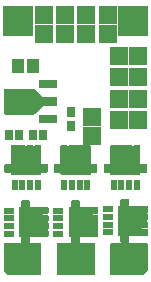
<source format=gts>
G04*
G04 #@! TF.GenerationSoftware,Altium Limited,Altium Designer,24.4.1 (13)*
G04*
G04 Layer_Color=8388736*
%FSLAX44Y44*%
%MOMM*%
G71*
G04*
G04 #@! TF.SameCoordinates,620EA0B3-285C-493C-A982-72F243028F5E*
G04*
G04*
G04 #@! TF.FilePolarity,Negative*
G04*
G01*
G75*
%ADD28R,2.5032X2.5032*%
%ADD29R,0.8032X0.9532*%
%ADD30R,1.1032X1.2032*%
%ADD31R,1.5032X1.6032*%
%ADD32R,0.8032X0.8432*%
%ADD33R,1.6032X0.7732*%
%ADD34R,1.2032X1.2032*%
%ADD35R,3.2032X2.7032*%
%ADD36R,1.0032X0.5432*%
%ADD37R,0.8632X0.6232*%
%ADD38R,1.6032X1.5032*%
%ADD39R,0.5432X1.0032*%
%ADD40R,0.6232X0.8632*%
G36*
X-35500Y39018D02*
X-35367Y39009D01*
X-35236Y38984D01*
X-35110Y38941D01*
X-34991Y38882D01*
X-34880Y38808D01*
X-34780Y38720D01*
X-27928Y31868D01*
X-16500D01*
X-16367Y31860D01*
X-16236Y31834D01*
X-16110Y31791D01*
X-15991Y31732D01*
X-15880Y31658D01*
X-15780Y31570D01*
X-15692Y31470D01*
X-15618Y31359D01*
X-15559Y31240D01*
X-15517Y31114D01*
X-15490Y30983D01*
X-15482Y30850D01*
Y25150D01*
X-15490Y25017D01*
X-15517Y24887D01*
X-15559Y24760D01*
X-15618Y24641D01*
X-15692Y24530D01*
X-15780Y24430D01*
X-15880Y24342D01*
X-15991Y24268D01*
X-16110Y24209D01*
X-16236Y24167D01*
X-16367Y24141D01*
X-16500Y24132D01*
X-27928D01*
X-34780Y17280D01*
X-34880Y17192D01*
X-34991Y17118D01*
X-35110Y17059D01*
X-35236Y17017D01*
X-35367Y16990D01*
X-35500Y16982D01*
X-59000D01*
X-59199Y16982D01*
X-59199D01*
X-59199D01*
X-59260Y16986D01*
X-59332Y16990D01*
X-59332Y16990D01*
X-59332D01*
X-59383Y17001D01*
X-59462Y17017D01*
X-59462Y17017D01*
X-59462Y17017D01*
X-59510Y17033D01*
X-59588Y17059D01*
X-59588Y17059D01*
X-59589Y17059D01*
X-59956Y17211D01*
X-59956Y17212D01*
X-60036Y17251D01*
X-60075Y17270D01*
X-60149Y17320D01*
X-60186Y17344D01*
X-60286Y17432D01*
X-60567Y17713D01*
X-60568Y17714D01*
X-60620Y17773D01*
X-60655Y17814D01*
X-60729Y17924D01*
X-60729Y17924D01*
D01*
X-60788Y18044D01*
X-60941Y18411D01*
X-60941Y18412D01*
X-60968Y18493D01*
X-60983Y18538D01*
X-60984Y18538D01*
Y18538D01*
X-61009Y18668D01*
X-61016Y18766D01*
X-61018Y18801D01*
Y18801D01*
Y18801D01*
X-61018Y18998D01*
X-61018Y19000D01*
X-61018Y37000D01*
X-61018Y37199D01*
Y37199D01*
Y37199D01*
X-61015Y37242D01*
X-61009Y37332D01*
X-60984Y37462D01*
D01*
X-60984Y37462D01*
X-60954Y37550D01*
X-60941Y37588D01*
X-60941Y37588D01*
X-60941Y37589D01*
X-60788Y37956D01*
X-60729Y38075D01*
D01*
X-60729Y38076D01*
X-60655Y38186D01*
X-60585Y38267D01*
X-60568Y38286D01*
X-60568Y38286D01*
X-60568Y38286D01*
X-60286Y38568D01*
X-60186Y38656D01*
X-60075Y38730D01*
X-59956Y38788D01*
X-59588Y38941D01*
X-59588Y38941D01*
X-59588Y38941D01*
X-59530Y38961D01*
X-59462Y38984D01*
X-59462Y38984D01*
X-59462Y38984D01*
X-59408Y38994D01*
X-59332Y39009D01*
X-59332D01*
X-59331Y39009D01*
X-59268Y39014D01*
X-59199Y39018D01*
X-59199D01*
X-59199D01*
X-59002Y39018D01*
X-59000Y39018D01*
X-35500Y39018D01*
D02*
G37*
G36*
X53983Y-8990D02*
X54113Y-9017D01*
X54240Y-9059D01*
X54359Y-9118D01*
X54470Y-9192D01*
X54570Y-9280D01*
X54658Y-9380D01*
X54732Y-9491D01*
X54791Y-9610D01*
X54833Y-9736D01*
X54859Y-9867D01*
X54868Y-10000D01*
Y-24482D01*
X59300D01*
X59433Y-24490D01*
X59563Y-24516D01*
X59690Y-24559D01*
X59809Y-24618D01*
X59920Y-24692D01*
X60020Y-24780D01*
X60108Y-24880D01*
X60182Y-24991D01*
X60241Y-25110D01*
X60283Y-25236D01*
X60309Y-25367D01*
X60318Y-25500D01*
Y-31200D01*
X60309Y-31333D01*
X60283Y-31463D01*
X60241Y-31590D01*
X60182Y-31709D01*
X60108Y-31820D01*
X60020Y-31920D01*
X59920Y-32008D01*
X59809Y-32082D01*
X59690Y-32141D01*
X59563Y-32183D01*
X59433Y-32209D01*
X59300Y-32218D01*
X54868D01*
Y-33000D01*
X54859Y-33133D01*
X54833Y-33263D01*
X54791Y-33390D01*
X54732Y-33509D01*
X54658Y-33620D01*
X54570Y-33720D01*
X54470Y-33808D01*
X54359Y-33882D01*
X54240Y-33941D01*
X54113Y-33984D01*
X53983Y-34009D01*
X53850Y-34018D01*
X30150D01*
X30017Y-34009D01*
X29887Y-33984D01*
X29760Y-33941D01*
X29641Y-33882D01*
X29530Y-33808D01*
X29430Y-33720D01*
X29342Y-33620D01*
X29268Y-33509D01*
X29209Y-33390D01*
X29167Y-33263D01*
X29141Y-33133D01*
X29132Y-33000D01*
Y-32218D01*
X24700D01*
X24567Y-32209D01*
X24437Y-32183D01*
X24310Y-32141D01*
X24191Y-32082D01*
X24080Y-32008D01*
X23980Y-31920D01*
X23892Y-31820D01*
X23818Y-31709D01*
X23759Y-31590D01*
X23716Y-31463D01*
X23691Y-31333D01*
X23682Y-31200D01*
Y-25500D01*
X23691Y-25367D01*
X23716Y-25236D01*
X23759Y-25110D01*
X23818Y-24991D01*
X23892Y-24880D01*
X23980Y-24780D01*
X24080Y-24692D01*
X24191Y-24618D01*
X24310Y-24559D01*
X24437Y-24516D01*
X24567Y-24490D01*
X24700Y-24482D01*
X29132D01*
Y-10000D01*
X29141Y-9867D01*
X29167Y-9736D01*
X29209Y-9610D01*
X29268Y-9491D01*
X29342Y-9380D01*
X29430Y-9280D01*
X29530Y-9192D01*
X29641Y-9118D01*
X29760Y-9059D01*
X29887Y-9017D01*
X30017Y-8990D01*
X30150Y-8982D01*
X34350D01*
X34483Y-8990D01*
X34613Y-9017D01*
X34740Y-9059D01*
X34859Y-9118D01*
X34970Y-9192D01*
X35070Y-9280D01*
X35158Y-9380D01*
X35232Y-9491D01*
X35291Y-9610D01*
X35333Y-9736D01*
X35359Y-9867D01*
X35368Y-10000D01*
Y-13682D01*
X35632D01*
Y-10000D01*
X35640Y-9867D01*
X35666Y-9736D01*
X35709Y-9610D01*
X35768Y-9491D01*
X35842Y-9380D01*
X35930Y-9280D01*
X36030Y-9192D01*
X36141Y-9118D01*
X36260Y-9059D01*
X36386Y-9017D01*
X36517Y-8990D01*
X36650Y-8982D01*
X40850D01*
X40983Y-8990D01*
X41114Y-9017D01*
X41240Y-9059D01*
X41359Y-9118D01*
X41470Y-9192D01*
X41570Y-9280D01*
X41658Y-9380D01*
X41732Y-9491D01*
X41791Y-9610D01*
X41833Y-9736D01*
X41859Y-9867D01*
X41868Y-10000D01*
Y-13682D01*
X42132D01*
Y-10000D01*
X42140Y-9867D01*
X42167Y-9736D01*
X42209Y-9610D01*
X42268Y-9491D01*
X42342Y-9380D01*
X42430Y-9280D01*
X42530Y-9192D01*
X42641Y-9118D01*
X42760Y-9059D01*
X42887Y-9017D01*
X43017Y-8990D01*
X43150Y-8982D01*
X47350D01*
X47483Y-8990D01*
X47614Y-9017D01*
X47740Y-9059D01*
X47859Y-9118D01*
X47970Y-9192D01*
X48070Y-9280D01*
X48158Y-9380D01*
X48232Y-9491D01*
X48291Y-9610D01*
X48334Y-9736D01*
X48359Y-9867D01*
X48368Y-10000D01*
Y-13682D01*
X48632D01*
Y-10000D01*
X48640Y-9867D01*
X48667Y-9736D01*
X48709Y-9610D01*
X48768Y-9491D01*
X48842Y-9380D01*
X48930Y-9280D01*
X49030Y-9192D01*
X49141Y-9118D01*
X49260Y-9059D01*
X49386Y-9017D01*
X49517Y-8990D01*
X49650Y-8982D01*
X53850D01*
X53983Y-8990D01*
D02*
G37*
G36*
X11983D02*
X12113Y-9017D01*
X12240Y-9059D01*
X12359Y-9118D01*
X12470Y-9192D01*
X12570Y-9280D01*
X12658Y-9380D01*
X12732Y-9491D01*
X12791Y-9610D01*
X12833Y-9736D01*
X12859Y-9867D01*
X12868Y-10000D01*
Y-24482D01*
X17300D01*
X17433Y-24490D01*
X17564Y-24516D01*
X17690Y-24559D01*
X17809Y-24618D01*
X17920Y-24692D01*
X18020Y-24780D01*
X18108Y-24880D01*
X18182Y-24991D01*
X18241Y-25110D01*
X18283Y-25236D01*
X18310Y-25367D01*
X18318Y-25500D01*
Y-31200D01*
X18310Y-31333D01*
X18283Y-31463D01*
X18241Y-31590D01*
X18182Y-31709D01*
X18108Y-31820D01*
X18020Y-31920D01*
X17920Y-32008D01*
X17809Y-32082D01*
X17690Y-32141D01*
X17564Y-32183D01*
X17433Y-32209D01*
X17300Y-32218D01*
X12868D01*
Y-33000D01*
X12859Y-33133D01*
X12833Y-33263D01*
X12791Y-33390D01*
X12732Y-33509D01*
X12658Y-33620D01*
X12570Y-33720D01*
X12470Y-33808D01*
X12359Y-33882D01*
X12240Y-33941D01*
X12113Y-33984D01*
X11983Y-34009D01*
X11850Y-34018D01*
X-11850D01*
X-11983Y-34009D01*
X-12113Y-33984D01*
X-12240Y-33941D01*
X-12359Y-33882D01*
X-12470Y-33808D01*
X-12570Y-33720D01*
X-12658Y-33620D01*
X-12732Y-33509D01*
X-12791Y-33390D01*
X-12833Y-33263D01*
X-12859Y-33133D01*
X-12868Y-33000D01*
Y-32218D01*
X-17300D01*
X-17433Y-32209D01*
X-17564Y-32183D01*
X-17690Y-32141D01*
X-17809Y-32082D01*
X-17920Y-32008D01*
X-18020Y-31920D01*
X-18108Y-31820D01*
X-18182Y-31709D01*
X-18241Y-31590D01*
X-18283Y-31463D01*
X-18310Y-31333D01*
X-18318Y-31200D01*
Y-25500D01*
X-18310Y-25367D01*
X-18283Y-25236D01*
X-18241Y-25110D01*
X-18182Y-24991D01*
X-18108Y-24880D01*
X-18020Y-24780D01*
X-17920Y-24692D01*
X-17809Y-24618D01*
X-17690Y-24559D01*
X-17564Y-24516D01*
X-17433Y-24490D01*
X-17300Y-24482D01*
X-12868D01*
Y-10000D01*
X-12859Y-9867D01*
X-12833Y-9736D01*
X-12791Y-9610D01*
X-12732Y-9491D01*
X-12658Y-9380D01*
X-12570Y-9280D01*
X-12470Y-9192D01*
X-12359Y-9118D01*
X-12240Y-9059D01*
X-12113Y-9017D01*
X-11983Y-8990D01*
X-11850Y-8982D01*
X-7650D01*
X-7517Y-8990D01*
X-7387Y-9017D01*
X-7260Y-9059D01*
X-7141Y-9118D01*
X-7030Y-9192D01*
X-6930Y-9280D01*
X-6842Y-9380D01*
X-6768Y-9491D01*
X-6709Y-9610D01*
X-6666Y-9736D01*
X-6640Y-9867D01*
X-6632Y-10000D01*
Y-13682D01*
X-6368D01*
Y-10000D01*
X-6360Y-9867D01*
X-6334Y-9736D01*
X-6291Y-9610D01*
X-6232Y-9491D01*
X-6158Y-9380D01*
X-6070Y-9280D01*
X-5970Y-9192D01*
X-5859Y-9118D01*
X-5740Y-9059D01*
X-5613Y-9017D01*
X-5483Y-8990D01*
X-5350Y-8982D01*
X-1150D01*
X-1017Y-8990D01*
X-887Y-9017D01*
X-760Y-9059D01*
X-641Y-9118D01*
X-530Y-9192D01*
X-430Y-9280D01*
X-342Y-9380D01*
X-268Y-9491D01*
X-209Y-9610D01*
X-167Y-9736D01*
X-141Y-9867D01*
X-132Y-10000D01*
Y-13682D01*
X132D01*
Y-10000D01*
X141Y-9867D01*
X167Y-9736D01*
X209Y-9610D01*
X268Y-9491D01*
X342Y-9380D01*
X430Y-9280D01*
X530Y-9192D01*
X641Y-9118D01*
X760Y-9059D01*
X887Y-9017D01*
X1017Y-8990D01*
X1150Y-8982D01*
X5350D01*
X5483Y-8990D01*
X5613Y-9017D01*
X5740Y-9059D01*
X5859Y-9118D01*
X5970Y-9192D01*
X6070Y-9280D01*
X6158Y-9380D01*
X6232Y-9491D01*
X6291Y-9610D01*
X6334Y-9736D01*
X6360Y-9867D01*
X6368Y-10000D01*
Y-13682D01*
X6632D01*
Y-10000D01*
X6640Y-9867D01*
X6666Y-9736D01*
X6709Y-9610D01*
X6768Y-9491D01*
X6842Y-9380D01*
X6930Y-9280D01*
X7030Y-9192D01*
X7141Y-9118D01*
X7260Y-9059D01*
X7387Y-9017D01*
X7517Y-8990D01*
X7650Y-8982D01*
X11850D01*
X11983Y-8990D01*
D02*
G37*
G36*
X-30017D02*
X-29887Y-9017D01*
X-29760Y-9059D01*
X-29641Y-9118D01*
X-29530Y-9192D01*
X-29430Y-9280D01*
X-29342Y-9380D01*
X-29268Y-9491D01*
X-29209Y-9610D01*
X-29167Y-9736D01*
X-29141Y-9867D01*
X-29132Y-10000D01*
Y-24482D01*
X-24700D01*
X-24567Y-24490D01*
X-24437Y-24516D01*
X-24310Y-24559D01*
X-24191Y-24618D01*
X-24080Y-24692D01*
X-23980Y-24780D01*
X-23892Y-24880D01*
X-23818Y-24991D01*
X-23759Y-25110D01*
X-23716Y-25236D01*
X-23691Y-25367D01*
X-23682Y-25500D01*
Y-31200D01*
X-23691Y-31333D01*
X-23716Y-31463D01*
X-23759Y-31590D01*
X-23818Y-31709D01*
X-23892Y-31820D01*
X-23980Y-31920D01*
X-24080Y-32008D01*
X-24191Y-32082D01*
X-24310Y-32141D01*
X-24437Y-32183D01*
X-24567Y-32209D01*
X-24700Y-32218D01*
X-29132D01*
Y-33000D01*
X-29141Y-33133D01*
X-29167Y-33263D01*
X-29209Y-33390D01*
X-29268Y-33509D01*
X-29342Y-33620D01*
X-29430Y-33720D01*
X-29530Y-33808D01*
X-29641Y-33882D01*
X-29760Y-33941D01*
X-29887Y-33984D01*
X-30017Y-34009D01*
X-30150Y-34018D01*
X-53850D01*
X-53983Y-34009D01*
X-54113Y-33984D01*
X-54240Y-33941D01*
X-54359Y-33882D01*
X-54470Y-33808D01*
X-54570Y-33720D01*
X-54658Y-33620D01*
X-54732Y-33509D01*
X-54791Y-33390D01*
X-54833Y-33263D01*
X-54859Y-33133D01*
X-54868Y-33000D01*
Y-32218D01*
X-59300D01*
X-59433Y-32209D01*
X-59563Y-32183D01*
X-59690Y-32141D01*
X-59809Y-32082D01*
X-59920Y-32008D01*
X-60020Y-31920D01*
X-60108Y-31820D01*
X-60182Y-31709D01*
X-60241Y-31590D01*
X-60283Y-31463D01*
X-60310Y-31333D01*
X-60318Y-31200D01*
Y-25500D01*
X-60310Y-25367D01*
X-60283Y-25236D01*
X-60241Y-25110D01*
X-60182Y-24991D01*
X-60108Y-24880D01*
X-60020Y-24780D01*
X-59920Y-24692D01*
X-59809Y-24618D01*
X-59690Y-24559D01*
X-59563Y-24516D01*
X-59433Y-24490D01*
X-59300Y-24482D01*
X-54868D01*
Y-10000D01*
X-54859Y-9867D01*
X-54833Y-9736D01*
X-54791Y-9610D01*
X-54732Y-9491D01*
X-54658Y-9380D01*
X-54570Y-9280D01*
X-54470Y-9192D01*
X-54359Y-9118D01*
X-54240Y-9059D01*
X-54113Y-9017D01*
X-53983Y-8990D01*
X-53850Y-8982D01*
X-49650D01*
X-49517Y-8990D01*
X-49387Y-9017D01*
X-49260Y-9059D01*
X-49141Y-9118D01*
X-49030Y-9192D01*
X-48930Y-9280D01*
X-48842Y-9380D01*
X-48768Y-9491D01*
X-48709Y-9610D01*
X-48667Y-9736D01*
X-48640Y-9867D01*
X-48632Y-10000D01*
Y-13682D01*
X-48368D01*
Y-10000D01*
X-48359Y-9867D01*
X-48334Y-9736D01*
X-48291Y-9610D01*
X-48232Y-9491D01*
X-48158Y-9380D01*
X-48070Y-9280D01*
X-47970Y-9192D01*
X-47859Y-9118D01*
X-47740Y-9059D01*
X-47614Y-9017D01*
X-47483Y-8990D01*
X-47350Y-8982D01*
X-43150D01*
X-43017Y-8990D01*
X-42887Y-9017D01*
X-42760Y-9059D01*
X-42641Y-9118D01*
X-42530Y-9192D01*
X-42430Y-9280D01*
X-42342Y-9380D01*
X-42268Y-9491D01*
X-42209Y-9610D01*
X-42167Y-9736D01*
X-42140Y-9867D01*
X-42132Y-10000D01*
Y-13682D01*
X-41868D01*
Y-10000D01*
X-41859Y-9867D01*
X-41834Y-9736D01*
X-41791Y-9610D01*
X-41732Y-9491D01*
X-41658Y-9380D01*
X-41570Y-9280D01*
X-41470Y-9192D01*
X-41359Y-9118D01*
X-41240Y-9059D01*
X-41114Y-9017D01*
X-40983Y-8990D01*
X-40850Y-8982D01*
X-36650D01*
X-36517Y-8990D01*
X-36386Y-9017D01*
X-36260Y-9059D01*
X-36141Y-9118D01*
X-36030Y-9192D01*
X-35930Y-9280D01*
X-35842Y-9380D01*
X-35768Y-9491D01*
X-35709Y-9610D01*
X-35666Y-9736D01*
X-35640Y-9867D01*
X-35632Y-10000D01*
Y-13682D01*
X-35368D01*
Y-10000D01*
X-35359Y-9867D01*
X-35333Y-9736D01*
X-35291Y-9610D01*
X-35232Y-9491D01*
X-35158Y-9380D01*
X-35070Y-9280D01*
X-34970Y-9192D01*
X-34859Y-9118D01*
X-34740Y-9059D01*
X-34613Y-9017D01*
X-34483Y-8990D01*
X-34350Y-8982D01*
X-30150D01*
X-30017Y-8990D01*
D02*
G37*
G36*
X44633Y-54690D02*
X44763Y-54717D01*
X44890Y-54759D01*
X45009Y-54818D01*
X45120Y-54892D01*
X45220Y-54980D01*
X45308Y-55080D01*
X45382Y-55191D01*
X45441Y-55310D01*
X45483Y-55437D01*
X45509Y-55567D01*
X45518Y-55700D01*
Y-60132D01*
X60000D01*
X60133Y-60141D01*
X60264Y-60167D01*
X60390Y-60209D01*
X60509Y-60268D01*
X60620Y-60342D01*
X60720Y-60430D01*
X60808Y-60530D01*
X60882Y-60641D01*
X60941Y-60760D01*
X60983Y-60887D01*
X61009Y-61017D01*
X61018Y-61150D01*
Y-65350D01*
X61009Y-65483D01*
X60983Y-65613D01*
X60941Y-65740D01*
X60882Y-65859D01*
X60808Y-65970D01*
X60720Y-66070D01*
X60620Y-66158D01*
X60509Y-66232D01*
X60390Y-66291D01*
X60264Y-66333D01*
X60133Y-66360D01*
X60000Y-66368D01*
X56318D01*
Y-66632D01*
X60000D01*
X60133Y-66641D01*
X60264Y-66666D01*
X60390Y-66709D01*
X60509Y-66768D01*
X60620Y-66842D01*
X60720Y-66930D01*
X60808Y-67030D01*
X60882Y-67141D01*
X60941Y-67260D01*
X60983Y-67386D01*
X61009Y-67517D01*
X61018Y-67650D01*
Y-71850D01*
X61009Y-71983D01*
X60983Y-72113D01*
X60941Y-72240D01*
X60882Y-72359D01*
X60808Y-72470D01*
X60720Y-72570D01*
X60620Y-72658D01*
X60509Y-72732D01*
X60390Y-72791D01*
X60264Y-72833D01*
X60133Y-72860D01*
X60000Y-72868D01*
X56318D01*
Y-73132D01*
X60000D01*
X60133Y-73141D01*
X60264Y-73166D01*
X60390Y-73209D01*
X60509Y-73268D01*
X60620Y-73342D01*
X60720Y-73430D01*
X60808Y-73530D01*
X60882Y-73641D01*
X60941Y-73760D01*
X60983Y-73886D01*
X61009Y-74017D01*
X61018Y-74150D01*
Y-78350D01*
X61009Y-78483D01*
X60983Y-78614D01*
X60941Y-78740D01*
X60882Y-78859D01*
X60808Y-78970D01*
X60720Y-79070D01*
X60620Y-79158D01*
X60509Y-79232D01*
X60390Y-79291D01*
X60264Y-79334D01*
X60133Y-79359D01*
X60000Y-79368D01*
X56318D01*
Y-79632D01*
X60000D01*
X60133Y-79640D01*
X60264Y-79667D01*
X60390Y-79709D01*
X60509Y-79768D01*
X60620Y-79842D01*
X60720Y-79930D01*
X60808Y-80030D01*
X60882Y-80141D01*
X60941Y-80260D01*
X60983Y-80386D01*
X61009Y-80517D01*
X61018Y-80650D01*
Y-84850D01*
X61009Y-84983D01*
X60983Y-85113D01*
X60941Y-85240D01*
X60882Y-85359D01*
X60808Y-85470D01*
X60720Y-85570D01*
X60620Y-85658D01*
X60509Y-85732D01*
X60390Y-85791D01*
X60264Y-85834D01*
X60133Y-85859D01*
X60000Y-85868D01*
X45518D01*
Y-90300D01*
X45509Y-90433D01*
X45483Y-90563D01*
X45441Y-90690D01*
X45382Y-90809D01*
X45308Y-90920D01*
X45220Y-91020D01*
X45120Y-91108D01*
X45009Y-91182D01*
X44890Y-91241D01*
X44763Y-91284D01*
X44633Y-91309D01*
X44500Y-91318D01*
X38800D01*
X38667Y-91309D01*
X38536Y-91284D01*
X38410Y-91241D01*
X38291Y-91182D01*
X38180Y-91108D01*
X38080Y-91020D01*
X37992Y-90920D01*
X37918Y-90809D01*
X37859Y-90690D01*
X37817Y-90563D01*
X37791Y-90433D01*
X37782Y-90300D01*
Y-85868D01*
X37000D01*
X36867Y-85859D01*
X36737Y-85834D01*
X36610Y-85791D01*
X36491Y-85732D01*
X36380Y-85658D01*
X36280Y-85570D01*
X36192Y-85470D01*
X36118Y-85359D01*
X36059Y-85240D01*
X36016Y-85113D01*
X35991Y-84983D01*
X35982Y-84850D01*
Y-61150D01*
X35991Y-61017D01*
X36016Y-60887D01*
X36059Y-60760D01*
X36118Y-60641D01*
X36192Y-60530D01*
X36280Y-60430D01*
X36380Y-60342D01*
X36491Y-60268D01*
X36610Y-60209D01*
X36737Y-60167D01*
X36867Y-60141D01*
X37000Y-60132D01*
X37782D01*
Y-55700D01*
X37791Y-55567D01*
X37817Y-55437D01*
X37859Y-55310D01*
X37918Y-55191D01*
X37992Y-55080D01*
X38080Y-54980D01*
X38180Y-54892D01*
X38291Y-54818D01*
X38410Y-54759D01*
X38536Y-54717D01*
X38667Y-54690D01*
X38800Y-54682D01*
X44500D01*
X44633Y-54690D01*
D02*
G37*
G36*
X2633Y-55690D02*
X2763Y-55717D01*
X2890Y-55759D01*
X3009Y-55818D01*
X3120Y-55892D01*
X3220Y-55980D01*
X3308Y-56080D01*
X3382Y-56191D01*
X3441Y-56310D01*
X3483Y-56437D01*
X3510Y-56567D01*
X3518Y-56700D01*
Y-61132D01*
X18000D01*
X18133Y-61140D01*
X18263Y-61167D01*
X18390Y-61209D01*
X18509Y-61268D01*
X18620Y-61342D01*
X18720Y-61430D01*
X18808Y-61530D01*
X18882Y-61641D01*
X18941Y-61760D01*
X18984Y-61887D01*
X19009Y-62017D01*
X19018Y-62150D01*
Y-66350D01*
X19009Y-66483D01*
X18984Y-66613D01*
X18941Y-66740D01*
X18882Y-66859D01*
X18808Y-66970D01*
X18720Y-67070D01*
X18620Y-67158D01*
X18509Y-67232D01*
X18390Y-67291D01*
X18263Y-67333D01*
X18133Y-67359D01*
X18000Y-67368D01*
X14318D01*
Y-67632D01*
X18000D01*
X18133Y-67641D01*
X18263Y-67667D01*
X18390Y-67709D01*
X18509Y-67768D01*
X18620Y-67842D01*
X18720Y-67930D01*
X18808Y-68030D01*
X18882Y-68141D01*
X18941Y-68260D01*
X18984Y-68387D01*
X19009Y-68517D01*
X19018Y-68650D01*
Y-72850D01*
X19009Y-72983D01*
X18984Y-73113D01*
X18941Y-73240D01*
X18882Y-73359D01*
X18808Y-73470D01*
X18720Y-73570D01*
X18620Y-73658D01*
X18509Y-73732D01*
X18390Y-73791D01*
X18263Y-73833D01*
X18133Y-73860D01*
X18000Y-73868D01*
X14318D01*
Y-74132D01*
X18000D01*
X18133Y-74141D01*
X18263Y-74166D01*
X18390Y-74209D01*
X18509Y-74268D01*
X18620Y-74342D01*
X18720Y-74430D01*
X18808Y-74530D01*
X18882Y-74641D01*
X18941Y-74760D01*
X18984Y-74886D01*
X19009Y-75017D01*
X19018Y-75150D01*
Y-79350D01*
X19009Y-79483D01*
X18984Y-79613D01*
X18941Y-79740D01*
X18882Y-79859D01*
X18808Y-79970D01*
X18720Y-80070D01*
X18620Y-80158D01*
X18509Y-80232D01*
X18390Y-80291D01*
X18263Y-80333D01*
X18133Y-80359D01*
X18000Y-80368D01*
X14318D01*
Y-80632D01*
X18000D01*
X18133Y-80640D01*
X18263Y-80667D01*
X18390Y-80709D01*
X18509Y-80768D01*
X18620Y-80842D01*
X18720Y-80930D01*
X18808Y-81030D01*
X18882Y-81141D01*
X18941Y-81260D01*
X18984Y-81386D01*
X19009Y-81517D01*
X19018Y-81650D01*
Y-85850D01*
X19009Y-85983D01*
X18984Y-86114D01*
X18941Y-86240D01*
X18882Y-86359D01*
X18808Y-86470D01*
X18720Y-86570D01*
X18620Y-86658D01*
X18509Y-86732D01*
X18390Y-86791D01*
X18263Y-86833D01*
X18133Y-86860D01*
X18000Y-86868D01*
X3518D01*
Y-91300D01*
X3510Y-91433D01*
X3483Y-91564D01*
X3441Y-91690D01*
X3382Y-91809D01*
X3308Y-91920D01*
X3220Y-92020D01*
X3120Y-92108D01*
X3009Y-92182D01*
X2890Y-92241D01*
X2763Y-92283D01*
X2633Y-92310D01*
X2500Y-92318D01*
X-3200D01*
X-3333Y-92310D01*
X-3464Y-92283D01*
X-3590Y-92241D01*
X-3709Y-92182D01*
X-3820Y-92108D01*
X-3920Y-92020D01*
X-4008Y-91920D01*
X-4082Y-91809D01*
X-4141Y-91690D01*
X-4184Y-91564D01*
X-4209Y-91433D01*
X-4218Y-91300D01*
Y-86868D01*
X-5000D01*
X-5133Y-86860D01*
X-5264Y-86833D01*
X-5390Y-86791D01*
X-5509Y-86732D01*
X-5620Y-86658D01*
X-5720Y-86570D01*
X-5808Y-86470D01*
X-5882Y-86359D01*
X-5941Y-86240D01*
X-5983Y-86114D01*
X-6010Y-85983D01*
X-6018Y-85850D01*
Y-62150D01*
X-6010Y-62017D01*
X-5983Y-61887D01*
X-5941Y-61760D01*
X-5882Y-61641D01*
X-5808Y-61530D01*
X-5720Y-61430D01*
X-5620Y-61342D01*
X-5509Y-61268D01*
X-5390Y-61209D01*
X-5264Y-61167D01*
X-5133Y-61140D01*
X-5000Y-61132D01*
X-4218D01*
Y-56700D01*
X-4209Y-56567D01*
X-4184Y-56437D01*
X-4141Y-56310D01*
X-4082Y-56191D01*
X-4008Y-56080D01*
X-3920Y-55980D01*
X-3820Y-55892D01*
X-3709Y-55818D01*
X-3590Y-55759D01*
X-3464Y-55717D01*
X-3333Y-55690D01*
X-3200Y-55682D01*
X2500D01*
X2633Y-55690D01*
D02*
G37*
G36*
X60133Y-91990D02*
X60264Y-92016D01*
X60390Y-92059D01*
X60509Y-92118D01*
X60620Y-92192D01*
X60720Y-92280D01*
X60808Y-92380D01*
X60882Y-92491D01*
X60941Y-92610D01*
X60983Y-92737D01*
X61009Y-92867D01*
X61018Y-93000D01*
Y-114500D01*
X61009Y-114633D01*
X60983Y-114763D01*
X60941Y-114890D01*
X60882Y-115009D01*
X60808Y-115120D01*
X60720Y-115220D01*
X57220Y-118720D01*
X57120Y-118808D01*
X57009Y-118882D01*
X56890Y-118941D01*
X56764Y-118983D01*
X56633Y-119010D01*
X56500Y-119018D01*
X30000D01*
X29867Y-119010D01*
X29736Y-118983D01*
X29610Y-118941D01*
X29491Y-118882D01*
X29380Y-118808D01*
X29280Y-118720D01*
X29192Y-118620D01*
X29118Y-118509D01*
X29059Y-118390D01*
X29016Y-118264D01*
X28990Y-118133D01*
X28982Y-118000D01*
Y-93000D01*
X28990Y-92867D01*
X29016Y-92737D01*
X29059Y-92610D01*
X29118Y-92491D01*
X29192Y-92380D01*
X29280Y-92280D01*
X29380Y-92192D01*
X29491Y-92118D01*
X29610Y-92059D01*
X29736Y-92016D01*
X29867Y-91990D01*
X30000Y-91982D01*
X60000D01*
X60133Y-91990D01*
D02*
G37*
G36*
X-39367Y-55690D02*
X-39237Y-55717D01*
X-39110Y-55759D01*
X-38991Y-55818D01*
X-38880Y-55892D01*
X-38780Y-55980D01*
X-38692Y-56080D01*
X-38618Y-56191D01*
X-38559Y-56310D01*
X-38516Y-56437D01*
X-38491Y-56567D01*
X-38482Y-56700D01*
Y-61132D01*
X-24000D01*
X-23867Y-61140D01*
X-23737Y-61167D01*
X-23610Y-61209D01*
X-23491Y-61268D01*
X-23380Y-61342D01*
X-23280Y-61430D01*
X-23192Y-61530D01*
X-23118Y-61641D01*
X-23059Y-61760D01*
X-23017Y-61887D01*
X-22991Y-62017D01*
X-22982Y-62150D01*
Y-66350D01*
X-22991Y-66483D01*
X-23017Y-66613D01*
X-23059Y-66740D01*
X-23118Y-66859D01*
X-23192Y-66970D01*
X-23280Y-67070D01*
X-23380Y-67158D01*
X-23491Y-67232D01*
X-23610Y-67291D01*
X-23737Y-67333D01*
X-23867Y-67359D01*
X-24000Y-67368D01*
X-27682D01*
Y-67632D01*
X-24000D01*
X-23867Y-67641D01*
X-23737Y-67667D01*
X-23610Y-67709D01*
X-23491Y-67768D01*
X-23380Y-67842D01*
X-23280Y-67930D01*
X-23192Y-68030D01*
X-23118Y-68141D01*
X-23059Y-68260D01*
X-23017Y-68387D01*
X-22991Y-68517D01*
X-22982Y-68650D01*
Y-72850D01*
X-22991Y-72983D01*
X-23017Y-73113D01*
X-23059Y-73240D01*
X-23118Y-73359D01*
X-23192Y-73470D01*
X-23280Y-73570D01*
X-23380Y-73658D01*
X-23491Y-73732D01*
X-23610Y-73791D01*
X-23737Y-73833D01*
X-23867Y-73860D01*
X-24000Y-73868D01*
X-27682D01*
Y-74132D01*
X-24000D01*
X-23867Y-74141D01*
X-23737Y-74166D01*
X-23610Y-74209D01*
X-23491Y-74268D01*
X-23380Y-74342D01*
X-23280Y-74430D01*
X-23192Y-74530D01*
X-23118Y-74641D01*
X-23059Y-74760D01*
X-23017Y-74886D01*
X-22991Y-75017D01*
X-22982Y-75150D01*
Y-79350D01*
X-22991Y-79483D01*
X-23017Y-79613D01*
X-23059Y-79740D01*
X-23118Y-79859D01*
X-23192Y-79970D01*
X-23280Y-80070D01*
X-23380Y-80158D01*
X-23491Y-80232D01*
X-23610Y-80291D01*
X-23737Y-80333D01*
X-23867Y-80359D01*
X-24000Y-80368D01*
X-27682D01*
Y-80632D01*
X-24000D01*
X-23867Y-80640D01*
X-23737Y-80667D01*
X-23610Y-80709D01*
X-23491Y-80768D01*
X-23380Y-80842D01*
X-23280Y-80930D01*
X-23192Y-81030D01*
X-23118Y-81141D01*
X-23059Y-81260D01*
X-23017Y-81386D01*
X-22991Y-81517D01*
X-22982Y-81650D01*
Y-85850D01*
X-22991Y-85983D01*
X-23017Y-86114D01*
X-23059Y-86240D01*
X-23118Y-86359D01*
X-23192Y-86470D01*
X-23280Y-86570D01*
X-23380Y-86658D01*
X-23491Y-86732D01*
X-23610Y-86791D01*
X-23737Y-86833D01*
X-23867Y-86860D01*
X-24000Y-86868D01*
X-38482D01*
Y-91300D01*
X-38491Y-91433D01*
X-38516Y-91564D01*
X-38559Y-91690D01*
X-38618Y-91809D01*
X-38692Y-91920D01*
X-38747Y-91982D01*
X-30000D01*
X-29867Y-91990D01*
X-29736Y-92016D01*
X-29610Y-92059D01*
X-29491Y-92118D01*
X-29380Y-92192D01*
X-29280Y-92280D01*
X-29192Y-92380D01*
X-29118Y-92491D01*
X-29059Y-92610D01*
X-29016Y-92737D01*
X-28990Y-92867D01*
X-28982Y-93000D01*
Y-118000D01*
X-28990Y-118133D01*
X-29016Y-118264D01*
X-29059Y-118390D01*
X-29118Y-118509D01*
X-29192Y-118620D01*
X-29280Y-118720D01*
X-29380Y-118808D01*
X-29491Y-118882D01*
X-29610Y-118941D01*
X-29736Y-118983D01*
X-29867Y-119010D01*
X-30000Y-119018D01*
X-56500D01*
X-56633Y-119010D01*
X-56764Y-118983D01*
X-56890Y-118941D01*
X-57009Y-118882D01*
X-57120Y-118808D01*
X-57220Y-118720D01*
X-60720Y-115220D01*
X-60808Y-115120D01*
X-60882Y-115009D01*
X-60941Y-114890D01*
X-60983Y-114763D01*
X-61009Y-114633D01*
X-61018Y-114500D01*
Y-93000D01*
X-61009Y-92867D01*
X-60983Y-92737D01*
X-60941Y-92610D01*
X-60882Y-92491D01*
X-60808Y-92380D01*
X-60720Y-92280D01*
X-60620Y-92192D01*
X-60509Y-92118D01*
X-60390Y-92059D01*
X-60264Y-92016D01*
X-60133Y-91990D01*
X-60000Y-91982D01*
X-45953D01*
X-46008Y-91920D01*
X-46082Y-91809D01*
X-46141Y-91690D01*
X-46184Y-91564D01*
X-46210Y-91433D01*
X-46218Y-91300D01*
Y-86868D01*
X-47000D01*
X-47133Y-86860D01*
X-47263Y-86833D01*
X-47390Y-86791D01*
X-47509Y-86732D01*
X-47620Y-86658D01*
X-47720Y-86570D01*
X-47808Y-86470D01*
X-47882Y-86359D01*
X-47941Y-86240D01*
X-47983Y-86114D01*
X-48010Y-85983D01*
X-48018Y-85850D01*
Y-62150D01*
X-48010Y-62017D01*
X-47983Y-61887D01*
X-47941Y-61760D01*
X-47882Y-61641D01*
X-47808Y-61530D01*
X-47720Y-61430D01*
X-47620Y-61342D01*
X-47509Y-61268D01*
X-47390Y-61209D01*
X-47263Y-61167D01*
X-47133Y-61140D01*
X-47000Y-61132D01*
X-46218D01*
Y-56700D01*
X-46210Y-56567D01*
X-46184Y-56437D01*
X-46141Y-56310D01*
X-46082Y-56191D01*
X-46008Y-56080D01*
X-45920Y-55980D01*
X-45820Y-55892D01*
X-45709Y-55818D01*
X-45590Y-55759D01*
X-45464Y-55717D01*
X-45333Y-55690D01*
X-45200Y-55682D01*
X-39500D01*
X-39367Y-55690D01*
D02*
G37*
D28*
X-48500Y96000D02*
D03*
X48500D02*
D03*
D29*
X-4000Y19250D02*
D03*
Y7750D02*
D03*
D30*
X-49250Y58000D02*
D03*
X-35750D02*
D03*
D31*
X37000Y66500D02*
D03*
X53000D02*
D03*
Y12500D02*
D03*
X37000D02*
D03*
X53000Y30500D02*
D03*
X37000D02*
D03*
X53000Y48500D02*
D03*
X37000D02*
D03*
D32*
X-56400Y-500D02*
D03*
X-47600D02*
D03*
X-36400D02*
D03*
X-27600D02*
D03*
D33*
X-23500Y13000D02*
D03*
Y43000D02*
D03*
D34*
X-45500Y28000D02*
D03*
D35*
X0Y-105500D02*
D03*
D36*
X-29000Y-83750D02*
D03*
Y-77250D02*
D03*
Y-70750D02*
D03*
Y-64250D02*
D03*
X55000Y-82750D02*
D03*
Y-76250D02*
D03*
Y-69750D02*
D03*
Y-63250D02*
D03*
X13000Y-64250D02*
D03*
Y-70750D02*
D03*
Y-77250D02*
D03*
Y-83750D02*
D03*
D37*
X-56700Y-77250D02*
D03*
Y-70750D02*
D03*
Y-83750D02*
D03*
Y-64250D02*
D03*
X27300Y-76250D02*
D03*
Y-69750D02*
D03*
Y-82750D02*
D03*
Y-63250D02*
D03*
X-14700Y-64250D02*
D03*
Y-83750D02*
D03*
Y-70750D02*
D03*
Y-77250D02*
D03*
D38*
X-27000Y85000D02*
D03*
Y101000D02*
D03*
X-9000Y85000D02*
D03*
Y101000D02*
D03*
X9000Y85000D02*
D03*
Y101000D02*
D03*
X27000Y85000D02*
D03*
Y101000D02*
D03*
X14000Y-1000D02*
D03*
Y15000D02*
D03*
D39*
X51750Y-15000D02*
D03*
X45250D02*
D03*
X38750D02*
D03*
X32250D02*
D03*
X9750D02*
D03*
X3250D02*
D03*
X-3250D02*
D03*
X-9750D02*
D03*
X-32250D02*
D03*
X-38750D02*
D03*
X-45250D02*
D03*
X-51750D02*
D03*
D40*
X45250Y-42700D02*
D03*
X38750D02*
D03*
X51750D02*
D03*
X32250D02*
D03*
X3250D02*
D03*
X-3250D02*
D03*
X9750D02*
D03*
X-9750D02*
D03*
X-38750D02*
D03*
X-45250D02*
D03*
X-32250D02*
D03*
X-51750D02*
D03*
M02*

</source>
